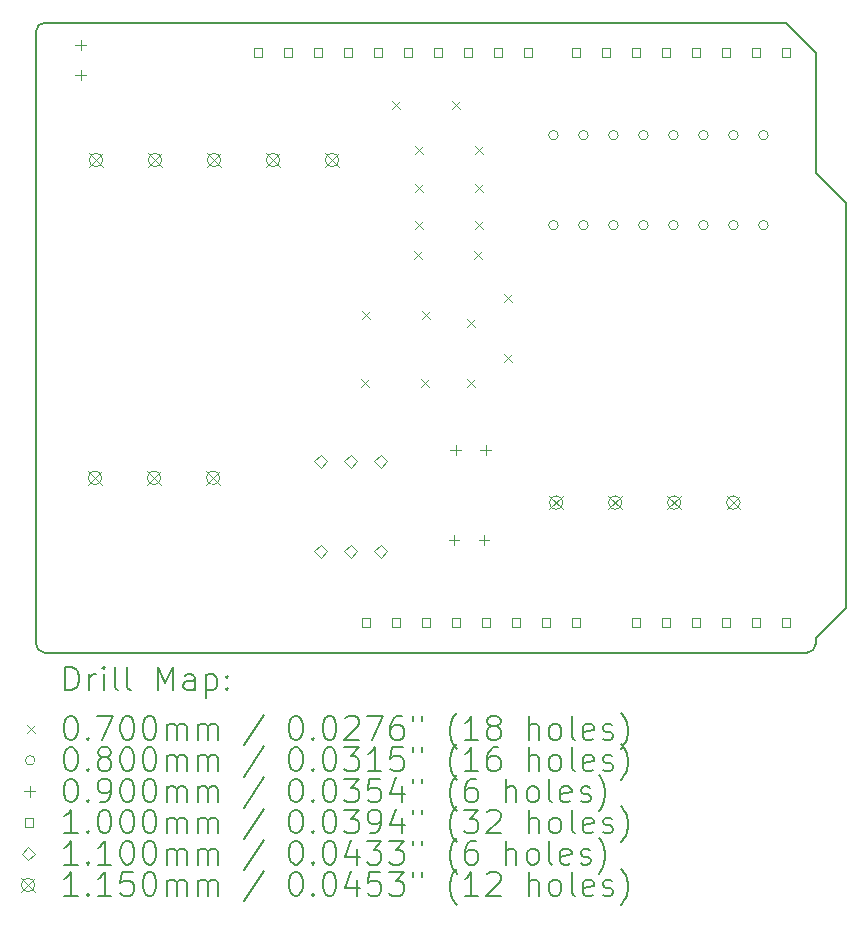
<source format=gbr>
%TF.GenerationSoftware,KiCad,Pcbnew,6.0.11-2627ca5db0~126~ubuntu20.04.1*%
%TF.CreationDate,2023-07-20T11:33:42+02:00*%
%TF.ProjectId,UNO_minimal,554e4f5f-6d69-46e6-996d-616c2e6b6963,rev?*%
%TF.SameCoordinates,Original*%
%TF.FileFunction,Drillmap*%
%TF.FilePolarity,Positive*%
%FSLAX45Y45*%
G04 Gerber Fmt 4.5, Leading zero omitted, Abs format (unit mm)*
G04 Created by KiCad (PCBNEW 6.0.11-2627ca5db0~126~ubuntu20.04.1) date 2023-07-20 11:33:42*
%MOMM*%
%LPD*%
G01*
G04 APERTURE LIST*
%ADD10C,0.150000*%
%ADD11C,0.200000*%
%ADD12C,0.070000*%
%ADD13C,0.080000*%
%ADD14C,0.090000*%
%ADD15C,0.100000*%
%ADD16C,0.110000*%
%ADD17C,0.115000*%
G04 APERTURE END LIST*
D10*
X16604000Y-5936000D02*
X16858000Y-6190000D01*
X10000000Y-9923800D02*
X10000000Y-4742200D01*
X16858000Y-6190000D02*
X16858000Y-9619000D01*
X16527800Y-10000000D02*
X10076200Y-10000000D01*
X10076200Y-4666000D02*
X16350000Y-4666000D01*
X10000000Y-9923800D02*
G75*
G03*
X10076200Y-10000000I76200J0D01*
G01*
X16858000Y-9619000D02*
X16604000Y-9873000D01*
X16350000Y-4666000D02*
X16604000Y-4920000D01*
X16527800Y-10000000D02*
G75*
G03*
X16604000Y-9923800I0J76200D01*
G01*
X16604000Y-4920000D02*
X16604000Y-5936000D01*
X16604000Y-9873000D02*
X16604000Y-9923800D01*
X10076200Y-4666000D02*
G75*
G03*
X10000000Y-4742200I0J-76200D01*
G01*
D11*
D12*
X12754000Y-7679000D02*
X12824000Y-7749000D01*
X12824000Y-7679000D02*
X12754000Y-7749000D01*
X12758000Y-7107500D02*
X12828000Y-7177500D01*
X12828000Y-7107500D02*
X12758000Y-7177500D01*
X13012000Y-5329500D02*
X13082000Y-5399500D01*
X13082000Y-5329500D02*
X13012000Y-5399500D01*
X13203500Y-6599500D02*
X13273500Y-6669500D01*
X13273500Y-6599500D02*
X13203500Y-6669500D01*
X13208500Y-5710500D02*
X13278500Y-5780500D01*
X13278500Y-5710500D02*
X13208500Y-5780500D01*
X13208500Y-6028000D02*
X13278500Y-6098000D01*
X13278500Y-6028000D02*
X13208500Y-6098000D01*
X13208500Y-6345500D02*
X13278500Y-6415500D01*
X13278500Y-6345500D02*
X13208500Y-6415500D01*
X13262000Y-7679000D02*
X13332000Y-7749000D01*
X13332000Y-7679000D02*
X13262000Y-7749000D01*
X13266000Y-7107500D02*
X13336000Y-7177500D01*
X13336000Y-7107500D02*
X13266000Y-7177500D01*
X13520000Y-5329500D02*
X13590000Y-5399500D01*
X13590000Y-5329500D02*
X13520000Y-5399500D01*
X13648000Y-7171000D02*
X13718000Y-7241000D01*
X13718000Y-7171000D02*
X13648000Y-7241000D01*
X13648000Y-7679000D02*
X13718000Y-7749000D01*
X13718000Y-7679000D02*
X13648000Y-7749000D01*
X13711500Y-6599500D02*
X13781500Y-6669500D01*
X13781500Y-6599500D02*
X13711500Y-6669500D01*
X13716500Y-5710500D02*
X13786500Y-5780500D01*
X13786500Y-5710500D02*
X13716500Y-5780500D01*
X13716500Y-6028000D02*
X13786500Y-6098000D01*
X13786500Y-6028000D02*
X13716500Y-6098000D01*
X13716500Y-6345500D02*
X13786500Y-6415500D01*
X13786500Y-6345500D02*
X13716500Y-6415500D01*
X13965500Y-6962000D02*
X14035500Y-7032000D01*
X14035500Y-6962000D02*
X13965500Y-7032000D01*
X13965500Y-7470000D02*
X14035500Y-7540000D01*
X14035500Y-7470000D02*
X13965500Y-7540000D01*
D13*
X14423000Y-5617500D02*
G75*
G03*
X14423000Y-5617500I-40000J0D01*
G01*
X14423000Y-6379500D02*
G75*
G03*
X14423000Y-6379500I-40000J0D01*
G01*
X14677000Y-5617500D02*
G75*
G03*
X14677000Y-5617500I-40000J0D01*
G01*
X14677000Y-6379500D02*
G75*
G03*
X14677000Y-6379500I-40000J0D01*
G01*
X14931000Y-5617500D02*
G75*
G03*
X14931000Y-5617500I-40000J0D01*
G01*
X14931000Y-6379500D02*
G75*
G03*
X14931000Y-6379500I-40000J0D01*
G01*
X15185000Y-5617500D02*
G75*
G03*
X15185000Y-5617500I-40000J0D01*
G01*
X15185000Y-6379500D02*
G75*
G03*
X15185000Y-6379500I-40000J0D01*
G01*
X15439000Y-5617500D02*
G75*
G03*
X15439000Y-5617500I-40000J0D01*
G01*
X15439000Y-6379500D02*
G75*
G03*
X15439000Y-6379500I-40000J0D01*
G01*
X15693000Y-5617500D02*
G75*
G03*
X15693000Y-5617500I-40000J0D01*
G01*
X15693000Y-6379500D02*
G75*
G03*
X15693000Y-6379500I-40000J0D01*
G01*
X15947000Y-5617500D02*
G75*
G03*
X15947000Y-5617500I-40000J0D01*
G01*
X15947000Y-6379500D02*
G75*
G03*
X15947000Y-6379500I-40000J0D01*
G01*
X16201000Y-5617500D02*
G75*
G03*
X16201000Y-5617500I-40000J0D01*
G01*
X16201000Y-6379500D02*
G75*
G03*
X16201000Y-6379500I-40000J0D01*
G01*
D14*
X10381000Y-4811500D02*
X10381000Y-4901500D01*
X10336000Y-4856500D02*
X10426000Y-4856500D01*
X10381000Y-5065500D02*
X10381000Y-5155500D01*
X10336000Y-5110500D02*
X10426000Y-5110500D01*
X13541000Y-9002500D02*
X13541000Y-9092500D01*
X13496000Y-9047500D02*
X13586000Y-9047500D01*
X13555500Y-8240500D02*
X13555500Y-8330500D01*
X13510500Y-8285500D02*
X13600500Y-8285500D01*
X13795000Y-9002500D02*
X13795000Y-9092500D01*
X13750000Y-9047500D02*
X13840000Y-9047500D01*
X13809500Y-8240500D02*
X13809500Y-8330500D01*
X13764500Y-8285500D02*
X13854500Y-8285500D01*
D15*
X11914956Y-4955356D02*
X11914956Y-4884644D01*
X11844244Y-4884644D01*
X11844244Y-4955356D01*
X11914956Y-4955356D01*
X12168956Y-4955356D02*
X12168956Y-4884644D01*
X12098244Y-4884644D01*
X12098244Y-4955356D01*
X12168956Y-4955356D01*
X12422956Y-4955356D02*
X12422956Y-4884644D01*
X12352244Y-4884644D01*
X12352244Y-4955356D01*
X12422956Y-4955356D01*
X12676956Y-4955356D02*
X12676956Y-4884644D01*
X12606244Y-4884644D01*
X12606244Y-4955356D01*
X12676956Y-4955356D01*
X12829356Y-9781356D02*
X12829356Y-9710644D01*
X12758644Y-9710644D01*
X12758644Y-9781356D01*
X12829356Y-9781356D01*
X12930956Y-4955356D02*
X12930956Y-4884644D01*
X12860244Y-4884644D01*
X12860244Y-4955356D01*
X12930956Y-4955356D01*
X13083356Y-9781356D02*
X13083356Y-9710644D01*
X13012644Y-9710644D01*
X13012644Y-9781356D01*
X13083356Y-9781356D01*
X13184956Y-4955356D02*
X13184956Y-4884644D01*
X13114244Y-4884644D01*
X13114244Y-4955356D01*
X13184956Y-4955356D01*
X13337356Y-9781356D02*
X13337356Y-9710644D01*
X13266644Y-9710644D01*
X13266644Y-9781356D01*
X13337356Y-9781356D01*
X13438956Y-4955356D02*
X13438956Y-4884644D01*
X13368244Y-4884644D01*
X13368244Y-4955356D01*
X13438956Y-4955356D01*
X13591356Y-9781356D02*
X13591356Y-9710644D01*
X13520644Y-9710644D01*
X13520644Y-9781356D01*
X13591356Y-9781356D01*
X13692956Y-4955356D02*
X13692956Y-4884644D01*
X13622244Y-4884644D01*
X13622244Y-4955356D01*
X13692956Y-4955356D01*
X13845356Y-9781356D02*
X13845356Y-9710644D01*
X13774644Y-9710644D01*
X13774644Y-9781356D01*
X13845356Y-9781356D01*
X13946956Y-4955356D02*
X13946956Y-4884644D01*
X13876244Y-4884644D01*
X13876244Y-4955356D01*
X13946956Y-4955356D01*
X14099356Y-9781356D02*
X14099356Y-9710644D01*
X14028644Y-9710644D01*
X14028644Y-9781356D01*
X14099356Y-9781356D01*
X14200956Y-4955356D02*
X14200956Y-4884644D01*
X14130244Y-4884644D01*
X14130244Y-4955356D01*
X14200956Y-4955356D01*
X14353356Y-9781356D02*
X14353356Y-9710644D01*
X14282644Y-9710644D01*
X14282644Y-9781356D01*
X14353356Y-9781356D01*
X14607356Y-4955356D02*
X14607356Y-4884644D01*
X14536644Y-4884644D01*
X14536644Y-4955356D01*
X14607356Y-4955356D01*
X14607356Y-9781356D02*
X14607356Y-9710644D01*
X14536644Y-9710644D01*
X14536644Y-9781356D01*
X14607356Y-9781356D01*
X14861356Y-4955356D02*
X14861356Y-4884644D01*
X14790644Y-4884644D01*
X14790644Y-4955356D01*
X14861356Y-4955356D01*
X15115356Y-4955356D02*
X15115356Y-4884644D01*
X15044644Y-4884644D01*
X15044644Y-4955356D01*
X15115356Y-4955356D01*
X15115356Y-9781356D02*
X15115356Y-9710644D01*
X15044644Y-9710644D01*
X15044644Y-9781356D01*
X15115356Y-9781356D01*
X15369356Y-4955356D02*
X15369356Y-4884644D01*
X15298644Y-4884644D01*
X15298644Y-4955356D01*
X15369356Y-4955356D01*
X15369356Y-9781356D02*
X15369356Y-9710644D01*
X15298644Y-9710644D01*
X15298644Y-9781356D01*
X15369356Y-9781356D01*
X15623356Y-4955356D02*
X15623356Y-4884644D01*
X15552644Y-4884644D01*
X15552644Y-4955356D01*
X15623356Y-4955356D01*
X15623356Y-9781356D02*
X15623356Y-9710644D01*
X15552644Y-9710644D01*
X15552644Y-9781356D01*
X15623356Y-9781356D01*
X15877356Y-4955356D02*
X15877356Y-4884644D01*
X15806644Y-4884644D01*
X15806644Y-4955356D01*
X15877356Y-4955356D01*
X15877356Y-9781356D02*
X15877356Y-9710644D01*
X15806644Y-9710644D01*
X15806644Y-9781356D01*
X15877356Y-9781356D01*
X16131356Y-4955356D02*
X16131356Y-4884644D01*
X16060644Y-4884644D01*
X16060644Y-4955356D01*
X16131356Y-4955356D01*
X16131356Y-9781356D02*
X16131356Y-9710644D01*
X16060644Y-9710644D01*
X16060644Y-9781356D01*
X16131356Y-9781356D01*
X16385356Y-4955356D02*
X16385356Y-4884644D01*
X16314644Y-4884644D01*
X16314644Y-4955356D01*
X16385356Y-4955356D01*
X16385356Y-9781356D02*
X16385356Y-9710644D01*
X16314644Y-9710644D01*
X16314644Y-9781356D01*
X16385356Y-9781356D01*
D16*
X12413000Y-8435000D02*
X12468000Y-8380000D01*
X12413000Y-8325000D01*
X12358000Y-8380000D01*
X12413000Y-8435000D01*
X12413000Y-9197000D02*
X12468000Y-9142000D01*
X12413000Y-9087000D01*
X12358000Y-9142000D01*
X12413000Y-9197000D01*
X12667000Y-8435000D02*
X12722000Y-8380000D01*
X12667000Y-8325000D01*
X12612000Y-8380000D01*
X12667000Y-8435000D01*
X12667000Y-9197000D02*
X12722000Y-9142000D01*
X12667000Y-9087000D01*
X12612000Y-9142000D01*
X12667000Y-9197000D01*
X12921000Y-8435000D02*
X12976000Y-8380000D01*
X12921000Y-8325000D01*
X12866000Y-8380000D01*
X12921000Y-8435000D01*
X12921000Y-9197000D02*
X12976000Y-9142000D01*
X12921000Y-9087000D01*
X12866000Y-9142000D01*
X12921000Y-9197000D01*
D17*
X10443500Y-8462000D02*
X10558500Y-8577000D01*
X10558500Y-8462000D02*
X10443500Y-8577000D01*
X10558500Y-8519500D02*
G75*
G03*
X10558500Y-8519500I-57500J0D01*
G01*
X10451500Y-5772000D02*
X10566500Y-5887000D01*
X10566500Y-5772000D02*
X10451500Y-5887000D01*
X10566500Y-5829500D02*
G75*
G03*
X10566500Y-5829500I-57500J0D01*
G01*
X10943500Y-8462000D02*
X11058500Y-8577000D01*
X11058500Y-8462000D02*
X10943500Y-8577000D01*
X11058500Y-8519500D02*
G75*
G03*
X11058500Y-8519500I-57500J0D01*
G01*
X10951500Y-5772000D02*
X11066500Y-5887000D01*
X11066500Y-5772000D02*
X10951500Y-5887000D01*
X11066500Y-5829500D02*
G75*
G03*
X11066500Y-5829500I-57500J0D01*
G01*
X11443500Y-8462000D02*
X11558500Y-8577000D01*
X11558500Y-8462000D02*
X11443500Y-8577000D01*
X11558500Y-8519500D02*
G75*
G03*
X11558500Y-8519500I-57500J0D01*
G01*
X11451500Y-5772000D02*
X11566500Y-5887000D01*
X11566500Y-5772000D02*
X11451500Y-5887000D01*
X11566500Y-5829500D02*
G75*
G03*
X11566500Y-5829500I-57500J0D01*
G01*
X11951500Y-5772000D02*
X12066500Y-5887000D01*
X12066500Y-5772000D02*
X11951500Y-5887000D01*
X12066500Y-5829500D02*
G75*
G03*
X12066500Y-5829500I-57500J0D01*
G01*
X12451500Y-5772000D02*
X12566500Y-5887000D01*
X12566500Y-5772000D02*
X12451500Y-5887000D01*
X12566500Y-5829500D02*
G75*
G03*
X12566500Y-5829500I-57500J0D01*
G01*
X14348000Y-8672500D02*
X14463000Y-8787500D01*
X14463000Y-8672500D02*
X14348000Y-8787500D01*
X14463000Y-8730000D02*
G75*
G03*
X14463000Y-8730000I-57500J0D01*
G01*
X14848000Y-8672500D02*
X14963000Y-8787500D01*
X14963000Y-8672500D02*
X14848000Y-8787500D01*
X14963000Y-8730000D02*
G75*
G03*
X14963000Y-8730000I-57500J0D01*
G01*
X15348000Y-8672500D02*
X15463000Y-8787500D01*
X15463000Y-8672500D02*
X15348000Y-8787500D01*
X15463000Y-8730000D02*
G75*
G03*
X15463000Y-8730000I-57500J0D01*
G01*
X15848000Y-8672500D02*
X15963000Y-8787500D01*
X15963000Y-8672500D02*
X15848000Y-8787500D01*
X15963000Y-8730000D02*
G75*
G03*
X15963000Y-8730000I-57500J0D01*
G01*
D11*
X10250119Y-10317976D02*
X10250119Y-10117976D01*
X10297738Y-10117976D01*
X10326310Y-10127500D01*
X10345357Y-10146548D01*
X10354881Y-10165595D01*
X10364405Y-10203690D01*
X10364405Y-10232262D01*
X10354881Y-10270357D01*
X10345357Y-10289405D01*
X10326310Y-10308452D01*
X10297738Y-10317976D01*
X10250119Y-10317976D01*
X10450119Y-10317976D02*
X10450119Y-10184643D01*
X10450119Y-10222738D02*
X10459643Y-10203690D01*
X10469167Y-10194167D01*
X10488214Y-10184643D01*
X10507262Y-10184643D01*
X10573929Y-10317976D02*
X10573929Y-10184643D01*
X10573929Y-10117976D02*
X10564405Y-10127500D01*
X10573929Y-10137024D01*
X10583452Y-10127500D01*
X10573929Y-10117976D01*
X10573929Y-10137024D01*
X10697738Y-10317976D02*
X10678690Y-10308452D01*
X10669167Y-10289405D01*
X10669167Y-10117976D01*
X10802500Y-10317976D02*
X10783452Y-10308452D01*
X10773929Y-10289405D01*
X10773929Y-10117976D01*
X11031071Y-10317976D02*
X11031071Y-10117976D01*
X11097738Y-10260833D01*
X11164405Y-10117976D01*
X11164405Y-10317976D01*
X11345357Y-10317976D02*
X11345357Y-10213214D01*
X11335833Y-10194167D01*
X11316786Y-10184643D01*
X11278690Y-10184643D01*
X11259643Y-10194167D01*
X11345357Y-10308452D02*
X11326309Y-10317976D01*
X11278690Y-10317976D01*
X11259643Y-10308452D01*
X11250119Y-10289405D01*
X11250119Y-10270357D01*
X11259643Y-10251310D01*
X11278690Y-10241786D01*
X11326309Y-10241786D01*
X11345357Y-10232262D01*
X11440595Y-10184643D02*
X11440595Y-10384643D01*
X11440595Y-10194167D02*
X11459643Y-10184643D01*
X11497738Y-10184643D01*
X11516786Y-10194167D01*
X11526309Y-10203690D01*
X11535833Y-10222738D01*
X11535833Y-10279881D01*
X11526309Y-10298929D01*
X11516786Y-10308452D01*
X11497738Y-10317976D01*
X11459643Y-10317976D01*
X11440595Y-10308452D01*
X11621548Y-10298929D02*
X11631071Y-10308452D01*
X11621548Y-10317976D01*
X11612024Y-10308452D01*
X11621548Y-10298929D01*
X11621548Y-10317976D01*
X11621548Y-10194167D02*
X11631071Y-10203690D01*
X11621548Y-10213214D01*
X11612024Y-10203690D01*
X11621548Y-10194167D01*
X11621548Y-10213214D01*
D12*
X9922500Y-10612500D02*
X9992500Y-10682500D01*
X9992500Y-10612500D02*
X9922500Y-10682500D01*
D11*
X10288214Y-10537976D02*
X10307262Y-10537976D01*
X10326310Y-10547500D01*
X10335833Y-10557024D01*
X10345357Y-10576071D01*
X10354881Y-10614167D01*
X10354881Y-10661786D01*
X10345357Y-10699881D01*
X10335833Y-10718929D01*
X10326310Y-10728452D01*
X10307262Y-10737976D01*
X10288214Y-10737976D01*
X10269167Y-10728452D01*
X10259643Y-10718929D01*
X10250119Y-10699881D01*
X10240595Y-10661786D01*
X10240595Y-10614167D01*
X10250119Y-10576071D01*
X10259643Y-10557024D01*
X10269167Y-10547500D01*
X10288214Y-10537976D01*
X10440595Y-10718929D02*
X10450119Y-10728452D01*
X10440595Y-10737976D01*
X10431071Y-10728452D01*
X10440595Y-10718929D01*
X10440595Y-10737976D01*
X10516786Y-10537976D02*
X10650119Y-10537976D01*
X10564405Y-10737976D01*
X10764405Y-10537976D02*
X10783452Y-10537976D01*
X10802500Y-10547500D01*
X10812024Y-10557024D01*
X10821548Y-10576071D01*
X10831071Y-10614167D01*
X10831071Y-10661786D01*
X10821548Y-10699881D01*
X10812024Y-10718929D01*
X10802500Y-10728452D01*
X10783452Y-10737976D01*
X10764405Y-10737976D01*
X10745357Y-10728452D01*
X10735833Y-10718929D01*
X10726310Y-10699881D01*
X10716786Y-10661786D01*
X10716786Y-10614167D01*
X10726310Y-10576071D01*
X10735833Y-10557024D01*
X10745357Y-10547500D01*
X10764405Y-10537976D01*
X10954881Y-10537976D02*
X10973929Y-10537976D01*
X10992976Y-10547500D01*
X11002500Y-10557024D01*
X11012024Y-10576071D01*
X11021548Y-10614167D01*
X11021548Y-10661786D01*
X11012024Y-10699881D01*
X11002500Y-10718929D01*
X10992976Y-10728452D01*
X10973929Y-10737976D01*
X10954881Y-10737976D01*
X10935833Y-10728452D01*
X10926310Y-10718929D01*
X10916786Y-10699881D01*
X10907262Y-10661786D01*
X10907262Y-10614167D01*
X10916786Y-10576071D01*
X10926310Y-10557024D01*
X10935833Y-10547500D01*
X10954881Y-10537976D01*
X11107262Y-10737976D02*
X11107262Y-10604643D01*
X11107262Y-10623690D02*
X11116786Y-10614167D01*
X11135833Y-10604643D01*
X11164405Y-10604643D01*
X11183452Y-10614167D01*
X11192976Y-10633214D01*
X11192976Y-10737976D01*
X11192976Y-10633214D02*
X11202500Y-10614167D01*
X11221548Y-10604643D01*
X11250119Y-10604643D01*
X11269167Y-10614167D01*
X11278690Y-10633214D01*
X11278690Y-10737976D01*
X11373928Y-10737976D02*
X11373928Y-10604643D01*
X11373928Y-10623690D02*
X11383452Y-10614167D01*
X11402500Y-10604643D01*
X11431071Y-10604643D01*
X11450119Y-10614167D01*
X11459643Y-10633214D01*
X11459643Y-10737976D01*
X11459643Y-10633214D02*
X11469167Y-10614167D01*
X11488214Y-10604643D01*
X11516786Y-10604643D01*
X11535833Y-10614167D01*
X11545357Y-10633214D01*
X11545357Y-10737976D01*
X11935833Y-10528452D02*
X11764405Y-10785595D01*
X12192976Y-10537976D02*
X12212024Y-10537976D01*
X12231071Y-10547500D01*
X12240595Y-10557024D01*
X12250119Y-10576071D01*
X12259643Y-10614167D01*
X12259643Y-10661786D01*
X12250119Y-10699881D01*
X12240595Y-10718929D01*
X12231071Y-10728452D01*
X12212024Y-10737976D01*
X12192976Y-10737976D01*
X12173928Y-10728452D01*
X12164405Y-10718929D01*
X12154881Y-10699881D01*
X12145357Y-10661786D01*
X12145357Y-10614167D01*
X12154881Y-10576071D01*
X12164405Y-10557024D01*
X12173928Y-10547500D01*
X12192976Y-10537976D01*
X12345357Y-10718929D02*
X12354881Y-10728452D01*
X12345357Y-10737976D01*
X12335833Y-10728452D01*
X12345357Y-10718929D01*
X12345357Y-10737976D01*
X12478690Y-10537976D02*
X12497738Y-10537976D01*
X12516786Y-10547500D01*
X12526309Y-10557024D01*
X12535833Y-10576071D01*
X12545357Y-10614167D01*
X12545357Y-10661786D01*
X12535833Y-10699881D01*
X12526309Y-10718929D01*
X12516786Y-10728452D01*
X12497738Y-10737976D01*
X12478690Y-10737976D01*
X12459643Y-10728452D01*
X12450119Y-10718929D01*
X12440595Y-10699881D01*
X12431071Y-10661786D01*
X12431071Y-10614167D01*
X12440595Y-10576071D01*
X12450119Y-10557024D01*
X12459643Y-10547500D01*
X12478690Y-10537976D01*
X12621548Y-10557024D02*
X12631071Y-10547500D01*
X12650119Y-10537976D01*
X12697738Y-10537976D01*
X12716786Y-10547500D01*
X12726309Y-10557024D01*
X12735833Y-10576071D01*
X12735833Y-10595119D01*
X12726309Y-10623690D01*
X12612024Y-10737976D01*
X12735833Y-10737976D01*
X12802500Y-10537976D02*
X12935833Y-10537976D01*
X12850119Y-10737976D01*
X13097738Y-10537976D02*
X13059643Y-10537976D01*
X13040595Y-10547500D01*
X13031071Y-10557024D01*
X13012024Y-10585595D01*
X13002500Y-10623690D01*
X13002500Y-10699881D01*
X13012024Y-10718929D01*
X13021548Y-10728452D01*
X13040595Y-10737976D01*
X13078690Y-10737976D01*
X13097738Y-10728452D01*
X13107262Y-10718929D01*
X13116786Y-10699881D01*
X13116786Y-10652262D01*
X13107262Y-10633214D01*
X13097738Y-10623690D01*
X13078690Y-10614167D01*
X13040595Y-10614167D01*
X13021548Y-10623690D01*
X13012024Y-10633214D01*
X13002500Y-10652262D01*
X13192976Y-10537976D02*
X13192976Y-10576071D01*
X13269167Y-10537976D02*
X13269167Y-10576071D01*
X13564405Y-10814167D02*
X13554881Y-10804643D01*
X13535833Y-10776071D01*
X13526309Y-10757024D01*
X13516786Y-10728452D01*
X13507262Y-10680833D01*
X13507262Y-10642738D01*
X13516786Y-10595119D01*
X13526309Y-10566548D01*
X13535833Y-10547500D01*
X13554881Y-10518929D01*
X13564405Y-10509405D01*
X13745357Y-10737976D02*
X13631071Y-10737976D01*
X13688214Y-10737976D02*
X13688214Y-10537976D01*
X13669167Y-10566548D01*
X13650119Y-10585595D01*
X13631071Y-10595119D01*
X13859643Y-10623690D02*
X13840595Y-10614167D01*
X13831071Y-10604643D01*
X13821548Y-10585595D01*
X13821548Y-10576071D01*
X13831071Y-10557024D01*
X13840595Y-10547500D01*
X13859643Y-10537976D01*
X13897738Y-10537976D01*
X13916786Y-10547500D01*
X13926309Y-10557024D01*
X13935833Y-10576071D01*
X13935833Y-10585595D01*
X13926309Y-10604643D01*
X13916786Y-10614167D01*
X13897738Y-10623690D01*
X13859643Y-10623690D01*
X13840595Y-10633214D01*
X13831071Y-10642738D01*
X13821548Y-10661786D01*
X13821548Y-10699881D01*
X13831071Y-10718929D01*
X13840595Y-10728452D01*
X13859643Y-10737976D01*
X13897738Y-10737976D01*
X13916786Y-10728452D01*
X13926309Y-10718929D01*
X13935833Y-10699881D01*
X13935833Y-10661786D01*
X13926309Y-10642738D01*
X13916786Y-10633214D01*
X13897738Y-10623690D01*
X14173928Y-10737976D02*
X14173928Y-10537976D01*
X14259643Y-10737976D02*
X14259643Y-10633214D01*
X14250119Y-10614167D01*
X14231071Y-10604643D01*
X14202500Y-10604643D01*
X14183452Y-10614167D01*
X14173928Y-10623690D01*
X14383452Y-10737976D02*
X14364405Y-10728452D01*
X14354881Y-10718929D01*
X14345357Y-10699881D01*
X14345357Y-10642738D01*
X14354881Y-10623690D01*
X14364405Y-10614167D01*
X14383452Y-10604643D01*
X14412024Y-10604643D01*
X14431071Y-10614167D01*
X14440595Y-10623690D01*
X14450119Y-10642738D01*
X14450119Y-10699881D01*
X14440595Y-10718929D01*
X14431071Y-10728452D01*
X14412024Y-10737976D01*
X14383452Y-10737976D01*
X14564405Y-10737976D02*
X14545357Y-10728452D01*
X14535833Y-10709405D01*
X14535833Y-10537976D01*
X14716786Y-10728452D02*
X14697738Y-10737976D01*
X14659643Y-10737976D01*
X14640595Y-10728452D01*
X14631071Y-10709405D01*
X14631071Y-10633214D01*
X14640595Y-10614167D01*
X14659643Y-10604643D01*
X14697738Y-10604643D01*
X14716786Y-10614167D01*
X14726309Y-10633214D01*
X14726309Y-10652262D01*
X14631071Y-10671310D01*
X14802500Y-10728452D02*
X14821548Y-10737976D01*
X14859643Y-10737976D01*
X14878690Y-10728452D01*
X14888214Y-10709405D01*
X14888214Y-10699881D01*
X14878690Y-10680833D01*
X14859643Y-10671310D01*
X14831071Y-10671310D01*
X14812024Y-10661786D01*
X14802500Y-10642738D01*
X14802500Y-10633214D01*
X14812024Y-10614167D01*
X14831071Y-10604643D01*
X14859643Y-10604643D01*
X14878690Y-10614167D01*
X14954881Y-10814167D02*
X14964405Y-10804643D01*
X14983452Y-10776071D01*
X14992976Y-10757024D01*
X15002500Y-10728452D01*
X15012024Y-10680833D01*
X15012024Y-10642738D01*
X15002500Y-10595119D01*
X14992976Y-10566548D01*
X14983452Y-10547500D01*
X14964405Y-10518929D01*
X14954881Y-10509405D01*
D13*
X9992500Y-10911500D02*
G75*
G03*
X9992500Y-10911500I-40000J0D01*
G01*
D11*
X10288214Y-10801976D02*
X10307262Y-10801976D01*
X10326310Y-10811500D01*
X10335833Y-10821024D01*
X10345357Y-10840071D01*
X10354881Y-10878167D01*
X10354881Y-10925786D01*
X10345357Y-10963881D01*
X10335833Y-10982929D01*
X10326310Y-10992452D01*
X10307262Y-11001976D01*
X10288214Y-11001976D01*
X10269167Y-10992452D01*
X10259643Y-10982929D01*
X10250119Y-10963881D01*
X10240595Y-10925786D01*
X10240595Y-10878167D01*
X10250119Y-10840071D01*
X10259643Y-10821024D01*
X10269167Y-10811500D01*
X10288214Y-10801976D01*
X10440595Y-10982929D02*
X10450119Y-10992452D01*
X10440595Y-11001976D01*
X10431071Y-10992452D01*
X10440595Y-10982929D01*
X10440595Y-11001976D01*
X10564405Y-10887690D02*
X10545357Y-10878167D01*
X10535833Y-10868643D01*
X10526310Y-10849595D01*
X10526310Y-10840071D01*
X10535833Y-10821024D01*
X10545357Y-10811500D01*
X10564405Y-10801976D01*
X10602500Y-10801976D01*
X10621548Y-10811500D01*
X10631071Y-10821024D01*
X10640595Y-10840071D01*
X10640595Y-10849595D01*
X10631071Y-10868643D01*
X10621548Y-10878167D01*
X10602500Y-10887690D01*
X10564405Y-10887690D01*
X10545357Y-10897214D01*
X10535833Y-10906738D01*
X10526310Y-10925786D01*
X10526310Y-10963881D01*
X10535833Y-10982929D01*
X10545357Y-10992452D01*
X10564405Y-11001976D01*
X10602500Y-11001976D01*
X10621548Y-10992452D01*
X10631071Y-10982929D01*
X10640595Y-10963881D01*
X10640595Y-10925786D01*
X10631071Y-10906738D01*
X10621548Y-10897214D01*
X10602500Y-10887690D01*
X10764405Y-10801976D02*
X10783452Y-10801976D01*
X10802500Y-10811500D01*
X10812024Y-10821024D01*
X10821548Y-10840071D01*
X10831071Y-10878167D01*
X10831071Y-10925786D01*
X10821548Y-10963881D01*
X10812024Y-10982929D01*
X10802500Y-10992452D01*
X10783452Y-11001976D01*
X10764405Y-11001976D01*
X10745357Y-10992452D01*
X10735833Y-10982929D01*
X10726310Y-10963881D01*
X10716786Y-10925786D01*
X10716786Y-10878167D01*
X10726310Y-10840071D01*
X10735833Y-10821024D01*
X10745357Y-10811500D01*
X10764405Y-10801976D01*
X10954881Y-10801976D02*
X10973929Y-10801976D01*
X10992976Y-10811500D01*
X11002500Y-10821024D01*
X11012024Y-10840071D01*
X11021548Y-10878167D01*
X11021548Y-10925786D01*
X11012024Y-10963881D01*
X11002500Y-10982929D01*
X10992976Y-10992452D01*
X10973929Y-11001976D01*
X10954881Y-11001976D01*
X10935833Y-10992452D01*
X10926310Y-10982929D01*
X10916786Y-10963881D01*
X10907262Y-10925786D01*
X10907262Y-10878167D01*
X10916786Y-10840071D01*
X10926310Y-10821024D01*
X10935833Y-10811500D01*
X10954881Y-10801976D01*
X11107262Y-11001976D02*
X11107262Y-10868643D01*
X11107262Y-10887690D02*
X11116786Y-10878167D01*
X11135833Y-10868643D01*
X11164405Y-10868643D01*
X11183452Y-10878167D01*
X11192976Y-10897214D01*
X11192976Y-11001976D01*
X11192976Y-10897214D02*
X11202500Y-10878167D01*
X11221548Y-10868643D01*
X11250119Y-10868643D01*
X11269167Y-10878167D01*
X11278690Y-10897214D01*
X11278690Y-11001976D01*
X11373928Y-11001976D02*
X11373928Y-10868643D01*
X11373928Y-10887690D02*
X11383452Y-10878167D01*
X11402500Y-10868643D01*
X11431071Y-10868643D01*
X11450119Y-10878167D01*
X11459643Y-10897214D01*
X11459643Y-11001976D01*
X11459643Y-10897214D02*
X11469167Y-10878167D01*
X11488214Y-10868643D01*
X11516786Y-10868643D01*
X11535833Y-10878167D01*
X11545357Y-10897214D01*
X11545357Y-11001976D01*
X11935833Y-10792452D02*
X11764405Y-11049595D01*
X12192976Y-10801976D02*
X12212024Y-10801976D01*
X12231071Y-10811500D01*
X12240595Y-10821024D01*
X12250119Y-10840071D01*
X12259643Y-10878167D01*
X12259643Y-10925786D01*
X12250119Y-10963881D01*
X12240595Y-10982929D01*
X12231071Y-10992452D01*
X12212024Y-11001976D01*
X12192976Y-11001976D01*
X12173928Y-10992452D01*
X12164405Y-10982929D01*
X12154881Y-10963881D01*
X12145357Y-10925786D01*
X12145357Y-10878167D01*
X12154881Y-10840071D01*
X12164405Y-10821024D01*
X12173928Y-10811500D01*
X12192976Y-10801976D01*
X12345357Y-10982929D02*
X12354881Y-10992452D01*
X12345357Y-11001976D01*
X12335833Y-10992452D01*
X12345357Y-10982929D01*
X12345357Y-11001976D01*
X12478690Y-10801976D02*
X12497738Y-10801976D01*
X12516786Y-10811500D01*
X12526309Y-10821024D01*
X12535833Y-10840071D01*
X12545357Y-10878167D01*
X12545357Y-10925786D01*
X12535833Y-10963881D01*
X12526309Y-10982929D01*
X12516786Y-10992452D01*
X12497738Y-11001976D01*
X12478690Y-11001976D01*
X12459643Y-10992452D01*
X12450119Y-10982929D01*
X12440595Y-10963881D01*
X12431071Y-10925786D01*
X12431071Y-10878167D01*
X12440595Y-10840071D01*
X12450119Y-10821024D01*
X12459643Y-10811500D01*
X12478690Y-10801976D01*
X12612024Y-10801976D02*
X12735833Y-10801976D01*
X12669167Y-10878167D01*
X12697738Y-10878167D01*
X12716786Y-10887690D01*
X12726309Y-10897214D01*
X12735833Y-10916262D01*
X12735833Y-10963881D01*
X12726309Y-10982929D01*
X12716786Y-10992452D01*
X12697738Y-11001976D01*
X12640595Y-11001976D01*
X12621548Y-10992452D01*
X12612024Y-10982929D01*
X12926309Y-11001976D02*
X12812024Y-11001976D01*
X12869167Y-11001976D02*
X12869167Y-10801976D01*
X12850119Y-10830548D01*
X12831071Y-10849595D01*
X12812024Y-10859119D01*
X13107262Y-10801976D02*
X13012024Y-10801976D01*
X13002500Y-10897214D01*
X13012024Y-10887690D01*
X13031071Y-10878167D01*
X13078690Y-10878167D01*
X13097738Y-10887690D01*
X13107262Y-10897214D01*
X13116786Y-10916262D01*
X13116786Y-10963881D01*
X13107262Y-10982929D01*
X13097738Y-10992452D01*
X13078690Y-11001976D01*
X13031071Y-11001976D01*
X13012024Y-10992452D01*
X13002500Y-10982929D01*
X13192976Y-10801976D02*
X13192976Y-10840071D01*
X13269167Y-10801976D02*
X13269167Y-10840071D01*
X13564405Y-11078167D02*
X13554881Y-11068643D01*
X13535833Y-11040071D01*
X13526309Y-11021024D01*
X13516786Y-10992452D01*
X13507262Y-10944833D01*
X13507262Y-10906738D01*
X13516786Y-10859119D01*
X13526309Y-10830548D01*
X13535833Y-10811500D01*
X13554881Y-10782929D01*
X13564405Y-10773405D01*
X13745357Y-11001976D02*
X13631071Y-11001976D01*
X13688214Y-11001976D02*
X13688214Y-10801976D01*
X13669167Y-10830548D01*
X13650119Y-10849595D01*
X13631071Y-10859119D01*
X13916786Y-10801976D02*
X13878690Y-10801976D01*
X13859643Y-10811500D01*
X13850119Y-10821024D01*
X13831071Y-10849595D01*
X13821548Y-10887690D01*
X13821548Y-10963881D01*
X13831071Y-10982929D01*
X13840595Y-10992452D01*
X13859643Y-11001976D01*
X13897738Y-11001976D01*
X13916786Y-10992452D01*
X13926309Y-10982929D01*
X13935833Y-10963881D01*
X13935833Y-10916262D01*
X13926309Y-10897214D01*
X13916786Y-10887690D01*
X13897738Y-10878167D01*
X13859643Y-10878167D01*
X13840595Y-10887690D01*
X13831071Y-10897214D01*
X13821548Y-10916262D01*
X14173928Y-11001976D02*
X14173928Y-10801976D01*
X14259643Y-11001976D02*
X14259643Y-10897214D01*
X14250119Y-10878167D01*
X14231071Y-10868643D01*
X14202500Y-10868643D01*
X14183452Y-10878167D01*
X14173928Y-10887690D01*
X14383452Y-11001976D02*
X14364405Y-10992452D01*
X14354881Y-10982929D01*
X14345357Y-10963881D01*
X14345357Y-10906738D01*
X14354881Y-10887690D01*
X14364405Y-10878167D01*
X14383452Y-10868643D01*
X14412024Y-10868643D01*
X14431071Y-10878167D01*
X14440595Y-10887690D01*
X14450119Y-10906738D01*
X14450119Y-10963881D01*
X14440595Y-10982929D01*
X14431071Y-10992452D01*
X14412024Y-11001976D01*
X14383452Y-11001976D01*
X14564405Y-11001976D02*
X14545357Y-10992452D01*
X14535833Y-10973405D01*
X14535833Y-10801976D01*
X14716786Y-10992452D02*
X14697738Y-11001976D01*
X14659643Y-11001976D01*
X14640595Y-10992452D01*
X14631071Y-10973405D01*
X14631071Y-10897214D01*
X14640595Y-10878167D01*
X14659643Y-10868643D01*
X14697738Y-10868643D01*
X14716786Y-10878167D01*
X14726309Y-10897214D01*
X14726309Y-10916262D01*
X14631071Y-10935310D01*
X14802500Y-10992452D02*
X14821548Y-11001976D01*
X14859643Y-11001976D01*
X14878690Y-10992452D01*
X14888214Y-10973405D01*
X14888214Y-10963881D01*
X14878690Y-10944833D01*
X14859643Y-10935310D01*
X14831071Y-10935310D01*
X14812024Y-10925786D01*
X14802500Y-10906738D01*
X14802500Y-10897214D01*
X14812024Y-10878167D01*
X14831071Y-10868643D01*
X14859643Y-10868643D01*
X14878690Y-10878167D01*
X14954881Y-11078167D02*
X14964405Y-11068643D01*
X14983452Y-11040071D01*
X14992976Y-11021024D01*
X15002500Y-10992452D01*
X15012024Y-10944833D01*
X15012024Y-10906738D01*
X15002500Y-10859119D01*
X14992976Y-10830548D01*
X14983452Y-10811500D01*
X14964405Y-10782929D01*
X14954881Y-10773405D01*
D14*
X9947500Y-11130500D02*
X9947500Y-11220500D01*
X9902500Y-11175500D02*
X9992500Y-11175500D01*
D11*
X10288214Y-11065976D02*
X10307262Y-11065976D01*
X10326310Y-11075500D01*
X10335833Y-11085024D01*
X10345357Y-11104071D01*
X10354881Y-11142167D01*
X10354881Y-11189786D01*
X10345357Y-11227881D01*
X10335833Y-11246928D01*
X10326310Y-11256452D01*
X10307262Y-11265976D01*
X10288214Y-11265976D01*
X10269167Y-11256452D01*
X10259643Y-11246928D01*
X10250119Y-11227881D01*
X10240595Y-11189786D01*
X10240595Y-11142167D01*
X10250119Y-11104071D01*
X10259643Y-11085024D01*
X10269167Y-11075500D01*
X10288214Y-11065976D01*
X10440595Y-11246928D02*
X10450119Y-11256452D01*
X10440595Y-11265976D01*
X10431071Y-11256452D01*
X10440595Y-11246928D01*
X10440595Y-11265976D01*
X10545357Y-11265976D02*
X10583452Y-11265976D01*
X10602500Y-11256452D01*
X10612024Y-11246928D01*
X10631071Y-11218357D01*
X10640595Y-11180262D01*
X10640595Y-11104071D01*
X10631071Y-11085024D01*
X10621548Y-11075500D01*
X10602500Y-11065976D01*
X10564405Y-11065976D01*
X10545357Y-11075500D01*
X10535833Y-11085024D01*
X10526310Y-11104071D01*
X10526310Y-11151690D01*
X10535833Y-11170738D01*
X10545357Y-11180262D01*
X10564405Y-11189786D01*
X10602500Y-11189786D01*
X10621548Y-11180262D01*
X10631071Y-11170738D01*
X10640595Y-11151690D01*
X10764405Y-11065976D02*
X10783452Y-11065976D01*
X10802500Y-11075500D01*
X10812024Y-11085024D01*
X10821548Y-11104071D01*
X10831071Y-11142167D01*
X10831071Y-11189786D01*
X10821548Y-11227881D01*
X10812024Y-11246928D01*
X10802500Y-11256452D01*
X10783452Y-11265976D01*
X10764405Y-11265976D01*
X10745357Y-11256452D01*
X10735833Y-11246928D01*
X10726310Y-11227881D01*
X10716786Y-11189786D01*
X10716786Y-11142167D01*
X10726310Y-11104071D01*
X10735833Y-11085024D01*
X10745357Y-11075500D01*
X10764405Y-11065976D01*
X10954881Y-11065976D02*
X10973929Y-11065976D01*
X10992976Y-11075500D01*
X11002500Y-11085024D01*
X11012024Y-11104071D01*
X11021548Y-11142167D01*
X11021548Y-11189786D01*
X11012024Y-11227881D01*
X11002500Y-11246928D01*
X10992976Y-11256452D01*
X10973929Y-11265976D01*
X10954881Y-11265976D01*
X10935833Y-11256452D01*
X10926310Y-11246928D01*
X10916786Y-11227881D01*
X10907262Y-11189786D01*
X10907262Y-11142167D01*
X10916786Y-11104071D01*
X10926310Y-11085024D01*
X10935833Y-11075500D01*
X10954881Y-11065976D01*
X11107262Y-11265976D02*
X11107262Y-11132643D01*
X11107262Y-11151690D02*
X11116786Y-11142167D01*
X11135833Y-11132643D01*
X11164405Y-11132643D01*
X11183452Y-11142167D01*
X11192976Y-11161214D01*
X11192976Y-11265976D01*
X11192976Y-11161214D02*
X11202500Y-11142167D01*
X11221548Y-11132643D01*
X11250119Y-11132643D01*
X11269167Y-11142167D01*
X11278690Y-11161214D01*
X11278690Y-11265976D01*
X11373928Y-11265976D02*
X11373928Y-11132643D01*
X11373928Y-11151690D02*
X11383452Y-11142167D01*
X11402500Y-11132643D01*
X11431071Y-11132643D01*
X11450119Y-11142167D01*
X11459643Y-11161214D01*
X11459643Y-11265976D01*
X11459643Y-11161214D02*
X11469167Y-11142167D01*
X11488214Y-11132643D01*
X11516786Y-11132643D01*
X11535833Y-11142167D01*
X11545357Y-11161214D01*
X11545357Y-11265976D01*
X11935833Y-11056452D02*
X11764405Y-11313595D01*
X12192976Y-11065976D02*
X12212024Y-11065976D01*
X12231071Y-11075500D01*
X12240595Y-11085024D01*
X12250119Y-11104071D01*
X12259643Y-11142167D01*
X12259643Y-11189786D01*
X12250119Y-11227881D01*
X12240595Y-11246928D01*
X12231071Y-11256452D01*
X12212024Y-11265976D01*
X12192976Y-11265976D01*
X12173928Y-11256452D01*
X12164405Y-11246928D01*
X12154881Y-11227881D01*
X12145357Y-11189786D01*
X12145357Y-11142167D01*
X12154881Y-11104071D01*
X12164405Y-11085024D01*
X12173928Y-11075500D01*
X12192976Y-11065976D01*
X12345357Y-11246928D02*
X12354881Y-11256452D01*
X12345357Y-11265976D01*
X12335833Y-11256452D01*
X12345357Y-11246928D01*
X12345357Y-11265976D01*
X12478690Y-11065976D02*
X12497738Y-11065976D01*
X12516786Y-11075500D01*
X12526309Y-11085024D01*
X12535833Y-11104071D01*
X12545357Y-11142167D01*
X12545357Y-11189786D01*
X12535833Y-11227881D01*
X12526309Y-11246928D01*
X12516786Y-11256452D01*
X12497738Y-11265976D01*
X12478690Y-11265976D01*
X12459643Y-11256452D01*
X12450119Y-11246928D01*
X12440595Y-11227881D01*
X12431071Y-11189786D01*
X12431071Y-11142167D01*
X12440595Y-11104071D01*
X12450119Y-11085024D01*
X12459643Y-11075500D01*
X12478690Y-11065976D01*
X12612024Y-11065976D02*
X12735833Y-11065976D01*
X12669167Y-11142167D01*
X12697738Y-11142167D01*
X12716786Y-11151690D01*
X12726309Y-11161214D01*
X12735833Y-11180262D01*
X12735833Y-11227881D01*
X12726309Y-11246928D01*
X12716786Y-11256452D01*
X12697738Y-11265976D01*
X12640595Y-11265976D01*
X12621548Y-11256452D01*
X12612024Y-11246928D01*
X12916786Y-11065976D02*
X12821548Y-11065976D01*
X12812024Y-11161214D01*
X12821548Y-11151690D01*
X12840595Y-11142167D01*
X12888214Y-11142167D01*
X12907262Y-11151690D01*
X12916786Y-11161214D01*
X12926309Y-11180262D01*
X12926309Y-11227881D01*
X12916786Y-11246928D01*
X12907262Y-11256452D01*
X12888214Y-11265976D01*
X12840595Y-11265976D01*
X12821548Y-11256452D01*
X12812024Y-11246928D01*
X13097738Y-11132643D02*
X13097738Y-11265976D01*
X13050119Y-11056452D02*
X13002500Y-11199309D01*
X13126309Y-11199309D01*
X13192976Y-11065976D02*
X13192976Y-11104071D01*
X13269167Y-11065976D02*
X13269167Y-11104071D01*
X13564405Y-11342167D02*
X13554881Y-11332643D01*
X13535833Y-11304071D01*
X13526309Y-11285024D01*
X13516786Y-11256452D01*
X13507262Y-11208833D01*
X13507262Y-11170738D01*
X13516786Y-11123119D01*
X13526309Y-11094548D01*
X13535833Y-11075500D01*
X13554881Y-11046929D01*
X13564405Y-11037405D01*
X13726309Y-11065976D02*
X13688214Y-11065976D01*
X13669167Y-11075500D01*
X13659643Y-11085024D01*
X13640595Y-11113595D01*
X13631071Y-11151690D01*
X13631071Y-11227881D01*
X13640595Y-11246928D01*
X13650119Y-11256452D01*
X13669167Y-11265976D01*
X13707262Y-11265976D01*
X13726309Y-11256452D01*
X13735833Y-11246928D01*
X13745357Y-11227881D01*
X13745357Y-11180262D01*
X13735833Y-11161214D01*
X13726309Y-11151690D01*
X13707262Y-11142167D01*
X13669167Y-11142167D01*
X13650119Y-11151690D01*
X13640595Y-11161214D01*
X13631071Y-11180262D01*
X13983452Y-11265976D02*
X13983452Y-11065976D01*
X14069167Y-11265976D02*
X14069167Y-11161214D01*
X14059643Y-11142167D01*
X14040595Y-11132643D01*
X14012024Y-11132643D01*
X13992976Y-11142167D01*
X13983452Y-11151690D01*
X14192976Y-11265976D02*
X14173928Y-11256452D01*
X14164405Y-11246928D01*
X14154881Y-11227881D01*
X14154881Y-11170738D01*
X14164405Y-11151690D01*
X14173928Y-11142167D01*
X14192976Y-11132643D01*
X14221548Y-11132643D01*
X14240595Y-11142167D01*
X14250119Y-11151690D01*
X14259643Y-11170738D01*
X14259643Y-11227881D01*
X14250119Y-11246928D01*
X14240595Y-11256452D01*
X14221548Y-11265976D01*
X14192976Y-11265976D01*
X14373928Y-11265976D02*
X14354881Y-11256452D01*
X14345357Y-11237405D01*
X14345357Y-11065976D01*
X14526309Y-11256452D02*
X14507262Y-11265976D01*
X14469167Y-11265976D01*
X14450119Y-11256452D01*
X14440595Y-11237405D01*
X14440595Y-11161214D01*
X14450119Y-11142167D01*
X14469167Y-11132643D01*
X14507262Y-11132643D01*
X14526309Y-11142167D01*
X14535833Y-11161214D01*
X14535833Y-11180262D01*
X14440595Y-11199309D01*
X14612024Y-11256452D02*
X14631071Y-11265976D01*
X14669167Y-11265976D01*
X14688214Y-11256452D01*
X14697738Y-11237405D01*
X14697738Y-11227881D01*
X14688214Y-11208833D01*
X14669167Y-11199309D01*
X14640595Y-11199309D01*
X14621548Y-11189786D01*
X14612024Y-11170738D01*
X14612024Y-11161214D01*
X14621548Y-11142167D01*
X14640595Y-11132643D01*
X14669167Y-11132643D01*
X14688214Y-11142167D01*
X14764405Y-11342167D02*
X14773928Y-11332643D01*
X14792976Y-11304071D01*
X14802500Y-11285024D01*
X14812024Y-11256452D01*
X14821548Y-11208833D01*
X14821548Y-11170738D01*
X14812024Y-11123119D01*
X14802500Y-11094548D01*
X14792976Y-11075500D01*
X14773928Y-11046929D01*
X14764405Y-11037405D01*
D15*
X9977856Y-11474856D02*
X9977856Y-11404144D01*
X9907144Y-11404144D01*
X9907144Y-11474856D01*
X9977856Y-11474856D01*
D11*
X10354881Y-11529976D02*
X10240595Y-11529976D01*
X10297738Y-11529976D02*
X10297738Y-11329976D01*
X10278690Y-11358548D01*
X10259643Y-11377595D01*
X10240595Y-11387119D01*
X10440595Y-11510928D02*
X10450119Y-11520452D01*
X10440595Y-11529976D01*
X10431071Y-11520452D01*
X10440595Y-11510928D01*
X10440595Y-11529976D01*
X10573929Y-11329976D02*
X10592976Y-11329976D01*
X10612024Y-11339500D01*
X10621548Y-11349024D01*
X10631071Y-11368071D01*
X10640595Y-11406167D01*
X10640595Y-11453786D01*
X10631071Y-11491881D01*
X10621548Y-11510928D01*
X10612024Y-11520452D01*
X10592976Y-11529976D01*
X10573929Y-11529976D01*
X10554881Y-11520452D01*
X10545357Y-11510928D01*
X10535833Y-11491881D01*
X10526310Y-11453786D01*
X10526310Y-11406167D01*
X10535833Y-11368071D01*
X10545357Y-11349024D01*
X10554881Y-11339500D01*
X10573929Y-11329976D01*
X10764405Y-11329976D02*
X10783452Y-11329976D01*
X10802500Y-11339500D01*
X10812024Y-11349024D01*
X10821548Y-11368071D01*
X10831071Y-11406167D01*
X10831071Y-11453786D01*
X10821548Y-11491881D01*
X10812024Y-11510928D01*
X10802500Y-11520452D01*
X10783452Y-11529976D01*
X10764405Y-11529976D01*
X10745357Y-11520452D01*
X10735833Y-11510928D01*
X10726310Y-11491881D01*
X10716786Y-11453786D01*
X10716786Y-11406167D01*
X10726310Y-11368071D01*
X10735833Y-11349024D01*
X10745357Y-11339500D01*
X10764405Y-11329976D01*
X10954881Y-11329976D02*
X10973929Y-11329976D01*
X10992976Y-11339500D01*
X11002500Y-11349024D01*
X11012024Y-11368071D01*
X11021548Y-11406167D01*
X11021548Y-11453786D01*
X11012024Y-11491881D01*
X11002500Y-11510928D01*
X10992976Y-11520452D01*
X10973929Y-11529976D01*
X10954881Y-11529976D01*
X10935833Y-11520452D01*
X10926310Y-11510928D01*
X10916786Y-11491881D01*
X10907262Y-11453786D01*
X10907262Y-11406167D01*
X10916786Y-11368071D01*
X10926310Y-11349024D01*
X10935833Y-11339500D01*
X10954881Y-11329976D01*
X11107262Y-11529976D02*
X11107262Y-11396643D01*
X11107262Y-11415690D02*
X11116786Y-11406167D01*
X11135833Y-11396643D01*
X11164405Y-11396643D01*
X11183452Y-11406167D01*
X11192976Y-11425214D01*
X11192976Y-11529976D01*
X11192976Y-11425214D02*
X11202500Y-11406167D01*
X11221548Y-11396643D01*
X11250119Y-11396643D01*
X11269167Y-11406167D01*
X11278690Y-11425214D01*
X11278690Y-11529976D01*
X11373928Y-11529976D02*
X11373928Y-11396643D01*
X11373928Y-11415690D02*
X11383452Y-11406167D01*
X11402500Y-11396643D01*
X11431071Y-11396643D01*
X11450119Y-11406167D01*
X11459643Y-11425214D01*
X11459643Y-11529976D01*
X11459643Y-11425214D02*
X11469167Y-11406167D01*
X11488214Y-11396643D01*
X11516786Y-11396643D01*
X11535833Y-11406167D01*
X11545357Y-11425214D01*
X11545357Y-11529976D01*
X11935833Y-11320452D02*
X11764405Y-11577595D01*
X12192976Y-11329976D02*
X12212024Y-11329976D01*
X12231071Y-11339500D01*
X12240595Y-11349024D01*
X12250119Y-11368071D01*
X12259643Y-11406167D01*
X12259643Y-11453786D01*
X12250119Y-11491881D01*
X12240595Y-11510928D01*
X12231071Y-11520452D01*
X12212024Y-11529976D01*
X12192976Y-11529976D01*
X12173928Y-11520452D01*
X12164405Y-11510928D01*
X12154881Y-11491881D01*
X12145357Y-11453786D01*
X12145357Y-11406167D01*
X12154881Y-11368071D01*
X12164405Y-11349024D01*
X12173928Y-11339500D01*
X12192976Y-11329976D01*
X12345357Y-11510928D02*
X12354881Y-11520452D01*
X12345357Y-11529976D01*
X12335833Y-11520452D01*
X12345357Y-11510928D01*
X12345357Y-11529976D01*
X12478690Y-11329976D02*
X12497738Y-11329976D01*
X12516786Y-11339500D01*
X12526309Y-11349024D01*
X12535833Y-11368071D01*
X12545357Y-11406167D01*
X12545357Y-11453786D01*
X12535833Y-11491881D01*
X12526309Y-11510928D01*
X12516786Y-11520452D01*
X12497738Y-11529976D01*
X12478690Y-11529976D01*
X12459643Y-11520452D01*
X12450119Y-11510928D01*
X12440595Y-11491881D01*
X12431071Y-11453786D01*
X12431071Y-11406167D01*
X12440595Y-11368071D01*
X12450119Y-11349024D01*
X12459643Y-11339500D01*
X12478690Y-11329976D01*
X12612024Y-11329976D02*
X12735833Y-11329976D01*
X12669167Y-11406167D01*
X12697738Y-11406167D01*
X12716786Y-11415690D01*
X12726309Y-11425214D01*
X12735833Y-11444262D01*
X12735833Y-11491881D01*
X12726309Y-11510928D01*
X12716786Y-11520452D01*
X12697738Y-11529976D01*
X12640595Y-11529976D01*
X12621548Y-11520452D01*
X12612024Y-11510928D01*
X12831071Y-11529976D02*
X12869167Y-11529976D01*
X12888214Y-11520452D01*
X12897738Y-11510928D01*
X12916786Y-11482357D01*
X12926309Y-11444262D01*
X12926309Y-11368071D01*
X12916786Y-11349024D01*
X12907262Y-11339500D01*
X12888214Y-11329976D01*
X12850119Y-11329976D01*
X12831071Y-11339500D01*
X12821548Y-11349024D01*
X12812024Y-11368071D01*
X12812024Y-11415690D01*
X12821548Y-11434738D01*
X12831071Y-11444262D01*
X12850119Y-11453786D01*
X12888214Y-11453786D01*
X12907262Y-11444262D01*
X12916786Y-11434738D01*
X12926309Y-11415690D01*
X13097738Y-11396643D02*
X13097738Y-11529976D01*
X13050119Y-11320452D02*
X13002500Y-11463309D01*
X13126309Y-11463309D01*
X13192976Y-11329976D02*
X13192976Y-11368071D01*
X13269167Y-11329976D02*
X13269167Y-11368071D01*
X13564405Y-11606167D02*
X13554881Y-11596643D01*
X13535833Y-11568071D01*
X13526309Y-11549024D01*
X13516786Y-11520452D01*
X13507262Y-11472833D01*
X13507262Y-11434738D01*
X13516786Y-11387119D01*
X13526309Y-11358548D01*
X13535833Y-11339500D01*
X13554881Y-11310928D01*
X13564405Y-11301405D01*
X13621548Y-11329976D02*
X13745357Y-11329976D01*
X13678690Y-11406167D01*
X13707262Y-11406167D01*
X13726309Y-11415690D01*
X13735833Y-11425214D01*
X13745357Y-11444262D01*
X13745357Y-11491881D01*
X13735833Y-11510928D01*
X13726309Y-11520452D01*
X13707262Y-11529976D01*
X13650119Y-11529976D01*
X13631071Y-11520452D01*
X13621548Y-11510928D01*
X13821548Y-11349024D02*
X13831071Y-11339500D01*
X13850119Y-11329976D01*
X13897738Y-11329976D01*
X13916786Y-11339500D01*
X13926309Y-11349024D01*
X13935833Y-11368071D01*
X13935833Y-11387119D01*
X13926309Y-11415690D01*
X13812024Y-11529976D01*
X13935833Y-11529976D01*
X14173928Y-11529976D02*
X14173928Y-11329976D01*
X14259643Y-11529976D02*
X14259643Y-11425214D01*
X14250119Y-11406167D01*
X14231071Y-11396643D01*
X14202500Y-11396643D01*
X14183452Y-11406167D01*
X14173928Y-11415690D01*
X14383452Y-11529976D02*
X14364405Y-11520452D01*
X14354881Y-11510928D01*
X14345357Y-11491881D01*
X14345357Y-11434738D01*
X14354881Y-11415690D01*
X14364405Y-11406167D01*
X14383452Y-11396643D01*
X14412024Y-11396643D01*
X14431071Y-11406167D01*
X14440595Y-11415690D01*
X14450119Y-11434738D01*
X14450119Y-11491881D01*
X14440595Y-11510928D01*
X14431071Y-11520452D01*
X14412024Y-11529976D01*
X14383452Y-11529976D01*
X14564405Y-11529976D02*
X14545357Y-11520452D01*
X14535833Y-11501405D01*
X14535833Y-11329976D01*
X14716786Y-11520452D02*
X14697738Y-11529976D01*
X14659643Y-11529976D01*
X14640595Y-11520452D01*
X14631071Y-11501405D01*
X14631071Y-11425214D01*
X14640595Y-11406167D01*
X14659643Y-11396643D01*
X14697738Y-11396643D01*
X14716786Y-11406167D01*
X14726309Y-11425214D01*
X14726309Y-11444262D01*
X14631071Y-11463309D01*
X14802500Y-11520452D02*
X14821548Y-11529976D01*
X14859643Y-11529976D01*
X14878690Y-11520452D01*
X14888214Y-11501405D01*
X14888214Y-11491881D01*
X14878690Y-11472833D01*
X14859643Y-11463309D01*
X14831071Y-11463309D01*
X14812024Y-11453786D01*
X14802500Y-11434738D01*
X14802500Y-11425214D01*
X14812024Y-11406167D01*
X14831071Y-11396643D01*
X14859643Y-11396643D01*
X14878690Y-11406167D01*
X14954881Y-11606167D02*
X14964405Y-11596643D01*
X14983452Y-11568071D01*
X14992976Y-11549024D01*
X15002500Y-11520452D01*
X15012024Y-11472833D01*
X15012024Y-11434738D01*
X15002500Y-11387119D01*
X14992976Y-11358548D01*
X14983452Y-11339500D01*
X14964405Y-11310928D01*
X14954881Y-11301405D01*
D16*
X9937500Y-11758500D02*
X9992500Y-11703500D01*
X9937500Y-11648500D01*
X9882500Y-11703500D01*
X9937500Y-11758500D01*
D11*
X10354881Y-11793976D02*
X10240595Y-11793976D01*
X10297738Y-11793976D02*
X10297738Y-11593976D01*
X10278690Y-11622548D01*
X10259643Y-11641595D01*
X10240595Y-11651119D01*
X10440595Y-11774928D02*
X10450119Y-11784452D01*
X10440595Y-11793976D01*
X10431071Y-11784452D01*
X10440595Y-11774928D01*
X10440595Y-11793976D01*
X10640595Y-11793976D02*
X10526310Y-11793976D01*
X10583452Y-11793976D02*
X10583452Y-11593976D01*
X10564405Y-11622548D01*
X10545357Y-11641595D01*
X10526310Y-11651119D01*
X10764405Y-11593976D02*
X10783452Y-11593976D01*
X10802500Y-11603500D01*
X10812024Y-11613024D01*
X10821548Y-11632071D01*
X10831071Y-11670167D01*
X10831071Y-11717786D01*
X10821548Y-11755881D01*
X10812024Y-11774928D01*
X10802500Y-11784452D01*
X10783452Y-11793976D01*
X10764405Y-11793976D01*
X10745357Y-11784452D01*
X10735833Y-11774928D01*
X10726310Y-11755881D01*
X10716786Y-11717786D01*
X10716786Y-11670167D01*
X10726310Y-11632071D01*
X10735833Y-11613024D01*
X10745357Y-11603500D01*
X10764405Y-11593976D01*
X10954881Y-11593976D02*
X10973929Y-11593976D01*
X10992976Y-11603500D01*
X11002500Y-11613024D01*
X11012024Y-11632071D01*
X11021548Y-11670167D01*
X11021548Y-11717786D01*
X11012024Y-11755881D01*
X11002500Y-11774928D01*
X10992976Y-11784452D01*
X10973929Y-11793976D01*
X10954881Y-11793976D01*
X10935833Y-11784452D01*
X10926310Y-11774928D01*
X10916786Y-11755881D01*
X10907262Y-11717786D01*
X10907262Y-11670167D01*
X10916786Y-11632071D01*
X10926310Y-11613024D01*
X10935833Y-11603500D01*
X10954881Y-11593976D01*
X11107262Y-11793976D02*
X11107262Y-11660643D01*
X11107262Y-11679690D02*
X11116786Y-11670167D01*
X11135833Y-11660643D01*
X11164405Y-11660643D01*
X11183452Y-11670167D01*
X11192976Y-11689214D01*
X11192976Y-11793976D01*
X11192976Y-11689214D02*
X11202500Y-11670167D01*
X11221548Y-11660643D01*
X11250119Y-11660643D01*
X11269167Y-11670167D01*
X11278690Y-11689214D01*
X11278690Y-11793976D01*
X11373928Y-11793976D02*
X11373928Y-11660643D01*
X11373928Y-11679690D02*
X11383452Y-11670167D01*
X11402500Y-11660643D01*
X11431071Y-11660643D01*
X11450119Y-11670167D01*
X11459643Y-11689214D01*
X11459643Y-11793976D01*
X11459643Y-11689214D02*
X11469167Y-11670167D01*
X11488214Y-11660643D01*
X11516786Y-11660643D01*
X11535833Y-11670167D01*
X11545357Y-11689214D01*
X11545357Y-11793976D01*
X11935833Y-11584452D02*
X11764405Y-11841595D01*
X12192976Y-11593976D02*
X12212024Y-11593976D01*
X12231071Y-11603500D01*
X12240595Y-11613024D01*
X12250119Y-11632071D01*
X12259643Y-11670167D01*
X12259643Y-11717786D01*
X12250119Y-11755881D01*
X12240595Y-11774928D01*
X12231071Y-11784452D01*
X12212024Y-11793976D01*
X12192976Y-11793976D01*
X12173928Y-11784452D01*
X12164405Y-11774928D01*
X12154881Y-11755881D01*
X12145357Y-11717786D01*
X12145357Y-11670167D01*
X12154881Y-11632071D01*
X12164405Y-11613024D01*
X12173928Y-11603500D01*
X12192976Y-11593976D01*
X12345357Y-11774928D02*
X12354881Y-11784452D01*
X12345357Y-11793976D01*
X12335833Y-11784452D01*
X12345357Y-11774928D01*
X12345357Y-11793976D01*
X12478690Y-11593976D02*
X12497738Y-11593976D01*
X12516786Y-11603500D01*
X12526309Y-11613024D01*
X12535833Y-11632071D01*
X12545357Y-11670167D01*
X12545357Y-11717786D01*
X12535833Y-11755881D01*
X12526309Y-11774928D01*
X12516786Y-11784452D01*
X12497738Y-11793976D01*
X12478690Y-11793976D01*
X12459643Y-11784452D01*
X12450119Y-11774928D01*
X12440595Y-11755881D01*
X12431071Y-11717786D01*
X12431071Y-11670167D01*
X12440595Y-11632071D01*
X12450119Y-11613024D01*
X12459643Y-11603500D01*
X12478690Y-11593976D01*
X12716786Y-11660643D02*
X12716786Y-11793976D01*
X12669167Y-11584452D02*
X12621548Y-11727309D01*
X12745357Y-11727309D01*
X12802500Y-11593976D02*
X12926309Y-11593976D01*
X12859643Y-11670167D01*
X12888214Y-11670167D01*
X12907262Y-11679690D01*
X12916786Y-11689214D01*
X12926309Y-11708262D01*
X12926309Y-11755881D01*
X12916786Y-11774928D01*
X12907262Y-11784452D01*
X12888214Y-11793976D01*
X12831071Y-11793976D01*
X12812024Y-11784452D01*
X12802500Y-11774928D01*
X12992976Y-11593976D02*
X13116786Y-11593976D01*
X13050119Y-11670167D01*
X13078690Y-11670167D01*
X13097738Y-11679690D01*
X13107262Y-11689214D01*
X13116786Y-11708262D01*
X13116786Y-11755881D01*
X13107262Y-11774928D01*
X13097738Y-11784452D01*
X13078690Y-11793976D01*
X13021548Y-11793976D01*
X13002500Y-11784452D01*
X12992976Y-11774928D01*
X13192976Y-11593976D02*
X13192976Y-11632071D01*
X13269167Y-11593976D02*
X13269167Y-11632071D01*
X13564405Y-11870167D02*
X13554881Y-11860643D01*
X13535833Y-11832071D01*
X13526309Y-11813024D01*
X13516786Y-11784452D01*
X13507262Y-11736833D01*
X13507262Y-11698738D01*
X13516786Y-11651119D01*
X13526309Y-11622548D01*
X13535833Y-11603500D01*
X13554881Y-11574928D01*
X13564405Y-11565405D01*
X13726309Y-11593976D02*
X13688214Y-11593976D01*
X13669167Y-11603500D01*
X13659643Y-11613024D01*
X13640595Y-11641595D01*
X13631071Y-11679690D01*
X13631071Y-11755881D01*
X13640595Y-11774928D01*
X13650119Y-11784452D01*
X13669167Y-11793976D01*
X13707262Y-11793976D01*
X13726309Y-11784452D01*
X13735833Y-11774928D01*
X13745357Y-11755881D01*
X13745357Y-11708262D01*
X13735833Y-11689214D01*
X13726309Y-11679690D01*
X13707262Y-11670167D01*
X13669167Y-11670167D01*
X13650119Y-11679690D01*
X13640595Y-11689214D01*
X13631071Y-11708262D01*
X13983452Y-11793976D02*
X13983452Y-11593976D01*
X14069167Y-11793976D02*
X14069167Y-11689214D01*
X14059643Y-11670167D01*
X14040595Y-11660643D01*
X14012024Y-11660643D01*
X13992976Y-11670167D01*
X13983452Y-11679690D01*
X14192976Y-11793976D02*
X14173928Y-11784452D01*
X14164405Y-11774928D01*
X14154881Y-11755881D01*
X14154881Y-11698738D01*
X14164405Y-11679690D01*
X14173928Y-11670167D01*
X14192976Y-11660643D01*
X14221548Y-11660643D01*
X14240595Y-11670167D01*
X14250119Y-11679690D01*
X14259643Y-11698738D01*
X14259643Y-11755881D01*
X14250119Y-11774928D01*
X14240595Y-11784452D01*
X14221548Y-11793976D01*
X14192976Y-11793976D01*
X14373928Y-11793976D02*
X14354881Y-11784452D01*
X14345357Y-11765405D01*
X14345357Y-11593976D01*
X14526309Y-11784452D02*
X14507262Y-11793976D01*
X14469167Y-11793976D01*
X14450119Y-11784452D01*
X14440595Y-11765405D01*
X14440595Y-11689214D01*
X14450119Y-11670167D01*
X14469167Y-11660643D01*
X14507262Y-11660643D01*
X14526309Y-11670167D01*
X14535833Y-11689214D01*
X14535833Y-11708262D01*
X14440595Y-11727309D01*
X14612024Y-11784452D02*
X14631071Y-11793976D01*
X14669167Y-11793976D01*
X14688214Y-11784452D01*
X14697738Y-11765405D01*
X14697738Y-11755881D01*
X14688214Y-11736833D01*
X14669167Y-11727309D01*
X14640595Y-11727309D01*
X14621548Y-11717786D01*
X14612024Y-11698738D01*
X14612024Y-11689214D01*
X14621548Y-11670167D01*
X14640595Y-11660643D01*
X14669167Y-11660643D01*
X14688214Y-11670167D01*
X14764405Y-11870167D02*
X14773928Y-11860643D01*
X14792976Y-11832071D01*
X14802500Y-11813024D01*
X14812024Y-11784452D01*
X14821548Y-11736833D01*
X14821548Y-11698738D01*
X14812024Y-11651119D01*
X14802500Y-11622548D01*
X14792976Y-11603500D01*
X14773928Y-11574928D01*
X14764405Y-11565405D01*
D17*
X9877500Y-11910000D02*
X9992500Y-12025000D01*
X9992500Y-11910000D02*
X9877500Y-12025000D01*
X9992500Y-11967500D02*
G75*
G03*
X9992500Y-11967500I-57500J0D01*
G01*
D11*
X10354881Y-12057976D02*
X10240595Y-12057976D01*
X10297738Y-12057976D02*
X10297738Y-11857976D01*
X10278690Y-11886548D01*
X10259643Y-11905595D01*
X10240595Y-11915119D01*
X10440595Y-12038928D02*
X10450119Y-12048452D01*
X10440595Y-12057976D01*
X10431071Y-12048452D01*
X10440595Y-12038928D01*
X10440595Y-12057976D01*
X10640595Y-12057976D02*
X10526310Y-12057976D01*
X10583452Y-12057976D02*
X10583452Y-11857976D01*
X10564405Y-11886548D01*
X10545357Y-11905595D01*
X10526310Y-11915119D01*
X10821548Y-11857976D02*
X10726310Y-11857976D01*
X10716786Y-11953214D01*
X10726310Y-11943690D01*
X10745357Y-11934167D01*
X10792976Y-11934167D01*
X10812024Y-11943690D01*
X10821548Y-11953214D01*
X10831071Y-11972262D01*
X10831071Y-12019881D01*
X10821548Y-12038928D01*
X10812024Y-12048452D01*
X10792976Y-12057976D01*
X10745357Y-12057976D01*
X10726310Y-12048452D01*
X10716786Y-12038928D01*
X10954881Y-11857976D02*
X10973929Y-11857976D01*
X10992976Y-11867500D01*
X11002500Y-11877024D01*
X11012024Y-11896071D01*
X11021548Y-11934167D01*
X11021548Y-11981786D01*
X11012024Y-12019881D01*
X11002500Y-12038928D01*
X10992976Y-12048452D01*
X10973929Y-12057976D01*
X10954881Y-12057976D01*
X10935833Y-12048452D01*
X10926310Y-12038928D01*
X10916786Y-12019881D01*
X10907262Y-11981786D01*
X10907262Y-11934167D01*
X10916786Y-11896071D01*
X10926310Y-11877024D01*
X10935833Y-11867500D01*
X10954881Y-11857976D01*
X11107262Y-12057976D02*
X11107262Y-11924643D01*
X11107262Y-11943690D02*
X11116786Y-11934167D01*
X11135833Y-11924643D01*
X11164405Y-11924643D01*
X11183452Y-11934167D01*
X11192976Y-11953214D01*
X11192976Y-12057976D01*
X11192976Y-11953214D02*
X11202500Y-11934167D01*
X11221548Y-11924643D01*
X11250119Y-11924643D01*
X11269167Y-11934167D01*
X11278690Y-11953214D01*
X11278690Y-12057976D01*
X11373928Y-12057976D02*
X11373928Y-11924643D01*
X11373928Y-11943690D02*
X11383452Y-11934167D01*
X11402500Y-11924643D01*
X11431071Y-11924643D01*
X11450119Y-11934167D01*
X11459643Y-11953214D01*
X11459643Y-12057976D01*
X11459643Y-11953214D02*
X11469167Y-11934167D01*
X11488214Y-11924643D01*
X11516786Y-11924643D01*
X11535833Y-11934167D01*
X11545357Y-11953214D01*
X11545357Y-12057976D01*
X11935833Y-11848452D02*
X11764405Y-12105595D01*
X12192976Y-11857976D02*
X12212024Y-11857976D01*
X12231071Y-11867500D01*
X12240595Y-11877024D01*
X12250119Y-11896071D01*
X12259643Y-11934167D01*
X12259643Y-11981786D01*
X12250119Y-12019881D01*
X12240595Y-12038928D01*
X12231071Y-12048452D01*
X12212024Y-12057976D01*
X12192976Y-12057976D01*
X12173928Y-12048452D01*
X12164405Y-12038928D01*
X12154881Y-12019881D01*
X12145357Y-11981786D01*
X12145357Y-11934167D01*
X12154881Y-11896071D01*
X12164405Y-11877024D01*
X12173928Y-11867500D01*
X12192976Y-11857976D01*
X12345357Y-12038928D02*
X12354881Y-12048452D01*
X12345357Y-12057976D01*
X12335833Y-12048452D01*
X12345357Y-12038928D01*
X12345357Y-12057976D01*
X12478690Y-11857976D02*
X12497738Y-11857976D01*
X12516786Y-11867500D01*
X12526309Y-11877024D01*
X12535833Y-11896071D01*
X12545357Y-11934167D01*
X12545357Y-11981786D01*
X12535833Y-12019881D01*
X12526309Y-12038928D01*
X12516786Y-12048452D01*
X12497738Y-12057976D01*
X12478690Y-12057976D01*
X12459643Y-12048452D01*
X12450119Y-12038928D01*
X12440595Y-12019881D01*
X12431071Y-11981786D01*
X12431071Y-11934167D01*
X12440595Y-11896071D01*
X12450119Y-11877024D01*
X12459643Y-11867500D01*
X12478690Y-11857976D01*
X12716786Y-11924643D02*
X12716786Y-12057976D01*
X12669167Y-11848452D02*
X12621548Y-11991309D01*
X12745357Y-11991309D01*
X12916786Y-11857976D02*
X12821548Y-11857976D01*
X12812024Y-11953214D01*
X12821548Y-11943690D01*
X12840595Y-11934167D01*
X12888214Y-11934167D01*
X12907262Y-11943690D01*
X12916786Y-11953214D01*
X12926309Y-11972262D01*
X12926309Y-12019881D01*
X12916786Y-12038928D01*
X12907262Y-12048452D01*
X12888214Y-12057976D01*
X12840595Y-12057976D01*
X12821548Y-12048452D01*
X12812024Y-12038928D01*
X12992976Y-11857976D02*
X13116786Y-11857976D01*
X13050119Y-11934167D01*
X13078690Y-11934167D01*
X13097738Y-11943690D01*
X13107262Y-11953214D01*
X13116786Y-11972262D01*
X13116786Y-12019881D01*
X13107262Y-12038928D01*
X13097738Y-12048452D01*
X13078690Y-12057976D01*
X13021548Y-12057976D01*
X13002500Y-12048452D01*
X12992976Y-12038928D01*
X13192976Y-11857976D02*
X13192976Y-11896071D01*
X13269167Y-11857976D02*
X13269167Y-11896071D01*
X13564405Y-12134167D02*
X13554881Y-12124643D01*
X13535833Y-12096071D01*
X13526309Y-12077024D01*
X13516786Y-12048452D01*
X13507262Y-12000833D01*
X13507262Y-11962738D01*
X13516786Y-11915119D01*
X13526309Y-11886548D01*
X13535833Y-11867500D01*
X13554881Y-11838928D01*
X13564405Y-11829405D01*
X13745357Y-12057976D02*
X13631071Y-12057976D01*
X13688214Y-12057976D02*
X13688214Y-11857976D01*
X13669167Y-11886548D01*
X13650119Y-11905595D01*
X13631071Y-11915119D01*
X13821548Y-11877024D02*
X13831071Y-11867500D01*
X13850119Y-11857976D01*
X13897738Y-11857976D01*
X13916786Y-11867500D01*
X13926309Y-11877024D01*
X13935833Y-11896071D01*
X13935833Y-11915119D01*
X13926309Y-11943690D01*
X13812024Y-12057976D01*
X13935833Y-12057976D01*
X14173928Y-12057976D02*
X14173928Y-11857976D01*
X14259643Y-12057976D02*
X14259643Y-11953214D01*
X14250119Y-11934167D01*
X14231071Y-11924643D01*
X14202500Y-11924643D01*
X14183452Y-11934167D01*
X14173928Y-11943690D01*
X14383452Y-12057976D02*
X14364405Y-12048452D01*
X14354881Y-12038928D01*
X14345357Y-12019881D01*
X14345357Y-11962738D01*
X14354881Y-11943690D01*
X14364405Y-11934167D01*
X14383452Y-11924643D01*
X14412024Y-11924643D01*
X14431071Y-11934167D01*
X14440595Y-11943690D01*
X14450119Y-11962738D01*
X14450119Y-12019881D01*
X14440595Y-12038928D01*
X14431071Y-12048452D01*
X14412024Y-12057976D01*
X14383452Y-12057976D01*
X14564405Y-12057976D02*
X14545357Y-12048452D01*
X14535833Y-12029405D01*
X14535833Y-11857976D01*
X14716786Y-12048452D02*
X14697738Y-12057976D01*
X14659643Y-12057976D01*
X14640595Y-12048452D01*
X14631071Y-12029405D01*
X14631071Y-11953214D01*
X14640595Y-11934167D01*
X14659643Y-11924643D01*
X14697738Y-11924643D01*
X14716786Y-11934167D01*
X14726309Y-11953214D01*
X14726309Y-11972262D01*
X14631071Y-11991309D01*
X14802500Y-12048452D02*
X14821548Y-12057976D01*
X14859643Y-12057976D01*
X14878690Y-12048452D01*
X14888214Y-12029405D01*
X14888214Y-12019881D01*
X14878690Y-12000833D01*
X14859643Y-11991309D01*
X14831071Y-11991309D01*
X14812024Y-11981786D01*
X14802500Y-11962738D01*
X14802500Y-11953214D01*
X14812024Y-11934167D01*
X14831071Y-11924643D01*
X14859643Y-11924643D01*
X14878690Y-11934167D01*
X14954881Y-12134167D02*
X14964405Y-12124643D01*
X14983452Y-12096071D01*
X14992976Y-12077024D01*
X15002500Y-12048452D01*
X15012024Y-12000833D01*
X15012024Y-11962738D01*
X15002500Y-11915119D01*
X14992976Y-11886548D01*
X14983452Y-11867500D01*
X14964405Y-11838928D01*
X14954881Y-11829405D01*
M02*

</source>
